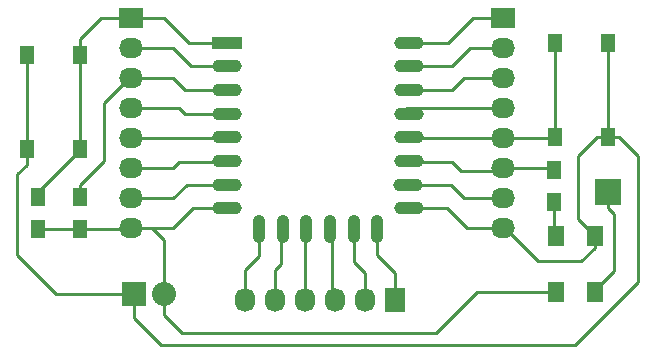
<source format=gbr>
G04 #@! TF.FileFunction,Copper,L1,Top,Signal*
%FSLAX46Y46*%
G04 Gerber Fmt 4.6, Leading zero omitted, Abs format (unit mm)*
G04 Created by KiCad (PCBNEW 4.0.3-stable) date Saturday, September 17, 2016 'PMt' 05:58:41 PM*
%MOMM*%
%LPD*%
G01*
G04 APERTURE LIST*
%ADD10C,0.100000*%
%ADD11R,1.300000X1.550000*%
%ADD12R,2.032000X1.727200*%
%ADD13O,2.032000X1.727200*%
%ADD14R,1.300000X1.500000*%
%ADD15R,2.500000X1.100000*%
%ADD16O,2.500000X1.100000*%
%ADD17O,1.100000X2.400000*%
%ADD18R,1.727200X2.032000*%
%ADD19O,1.727200X2.032000*%
%ADD20R,2.032000X2.032000*%
%ADD21O,2.032000X2.032000*%
%ADD22R,1.400000X1.800000*%
%ADD23R,2.235200X2.235200*%
%ADD24C,0.250000*%
G04 APERTURE END LIST*
D10*
D11*
X120106000Y-101181000D03*
X120106000Y-109131000D03*
X115606000Y-109131000D03*
X115606000Y-101181000D03*
D12*
X155956000Y-98044000D03*
D13*
X155956000Y-100584000D03*
X155956000Y-103124000D03*
X155956000Y-105664000D03*
X155956000Y-108204000D03*
X155956000Y-110744000D03*
X155956000Y-113284000D03*
X155956000Y-115824000D03*
D12*
X124460000Y-98044000D03*
D13*
X124460000Y-100584000D03*
X124460000Y-103124000D03*
X124460000Y-105664000D03*
X124460000Y-108204000D03*
X124460000Y-110744000D03*
X124460000Y-113284000D03*
X124460000Y-115824000D03*
D14*
X120142000Y-115904000D03*
X120142000Y-113204000D03*
X116586000Y-115904000D03*
X116586000Y-113204000D03*
D11*
X160310000Y-108115000D03*
X160310000Y-100165000D03*
X164810000Y-100165000D03*
X164810000Y-108115000D03*
D15*
X132620000Y-100140000D03*
D16*
X132620000Y-102140000D03*
X132620000Y-104140000D03*
X132620000Y-106140000D03*
X132620000Y-108140000D03*
X132620000Y-110140000D03*
X132620000Y-112140000D03*
X132620000Y-114140000D03*
D17*
X135310000Y-115890000D03*
X137310000Y-115890000D03*
X139310000Y-115890000D03*
X141310000Y-115890000D03*
X143310000Y-115890000D03*
X145310000Y-115890000D03*
D16*
X148020000Y-114140000D03*
X147920000Y-112140000D03*
X148020000Y-110140000D03*
X148020000Y-108140000D03*
X148020000Y-106140000D03*
X148020000Y-104140000D03*
X148020000Y-102140000D03*
X148020000Y-100140000D03*
D18*
X146812000Y-121920000D03*
D19*
X144272000Y-121920000D03*
X141732000Y-121920000D03*
X139192000Y-121920000D03*
X136652000Y-121920000D03*
X134112000Y-121920000D03*
D20*
X124714000Y-121412000D03*
D21*
X127254000Y-121412000D03*
D22*
X160402000Y-121272000D03*
X163702000Y-121272000D03*
X163702000Y-116472000D03*
X160402000Y-116472000D03*
D23*
X164846000Y-112776000D03*
D14*
X160274000Y-110918000D03*
X160274000Y-113618000D03*
D24*
X147320000Y-100140000D02*
X151320000Y-100140000D01*
X151320000Y-100140000D02*
X153416000Y-98044000D01*
X153416000Y-98044000D02*
X155956000Y-98044000D01*
X147320000Y-102140000D02*
X151606000Y-102140000D01*
X151606000Y-102140000D02*
X153162000Y-100584000D01*
X153162000Y-100584000D02*
X155956000Y-100584000D01*
X147320000Y-104140000D02*
X151638000Y-104140000D01*
X151638000Y-104140000D02*
X152654000Y-103124000D01*
X152654000Y-103124000D02*
X155956000Y-103124000D01*
X147320000Y-106140000D02*
X147796000Y-105664000D01*
X147796000Y-105664000D02*
X155956000Y-105664000D01*
X160310000Y-108115000D02*
X160310000Y-107090000D01*
X160310000Y-107090000D02*
X160310000Y-100165000D01*
X155956000Y-108204000D02*
X160221000Y-108204000D01*
X160221000Y-108204000D02*
X160310000Y-108115000D01*
X147320000Y-108140000D02*
X147384000Y-108204000D01*
X147384000Y-108204000D02*
X155956000Y-108204000D01*
X155956000Y-110744000D02*
X160100000Y-110744000D01*
X160100000Y-110744000D02*
X160274000Y-110918000D01*
X147320000Y-110140000D02*
X147416000Y-110236000D01*
X155702000Y-110998000D02*
X155956000Y-110744000D01*
X147416000Y-110236000D02*
X151638000Y-110236000D01*
X151638000Y-110236000D02*
X152400000Y-110998000D01*
X152400000Y-110998000D02*
X155702000Y-110998000D01*
X115606000Y-109131000D02*
X115606000Y-110454000D01*
X115606000Y-110454000D02*
X114808000Y-111252000D01*
X114808000Y-111252000D02*
X114808000Y-118110000D01*
X114808000Y-118110000D02*
X118110000Y-121412000D01*
X118110000Y-121412000D02*
X124714000Y-121412000D01*
X164810000Y-108115000D02*
X164810000Y-100165000D01*
X124714000Y-121412000D02*
X124714000Y-123444000D01*
X162052000Y-125730000D02*
X167386000Y-120396000D01*
X124714000Y-123444000D02*
X127000000Y-125730000D01*
X127000000Y-125730000D02*
X162052000Y-125730000D01*
X167386000Y-120396000D02*
X167386000Y-109728000D01*
X167386000Y-109728000D02*
X165773000Y-108115000D01*
X165773000Y-108115000D02*
X164810000Y-108115000D01*
X163702000Y-116472000D02*
X162306000Y-115076000D01*
X162306000Y-115076000D02*
X162306000Y-109719000D01*
X162306000Y-109719000D02*
X163910000Y-108115000D01*
X163910000Y-108115000D02*
X164810000Y-108115000D01*
X155956000Y-115824000D02*
X156108400Y-115824000D01*
X163702000Y-117476000D02*
X163702000Y-116472000D01*
X156108400Y-115824000D02*
X158902400Y-118618000D01*
X158902400Y-118618000D02*
X162560000Y-118618000D01*
X162560000Y-118618000D02*
X163702000Y-117476000D01*
X115606000Y-109131000D02*
X115606000Y-101181000D01*
X147320000Y-114140000D02*
X151224000Y-114140000D01*
X151224000Y-114140000D02*
X152908000Y-115824000D01*
X152908000Y-115824000D02*
X155956000Y-115824000D01*
X116586000Y-113204000D02*
X116586000Y-112776000D01*
X116586000Y-112776000D02*
X120106000Y-109256000D01*
X120106000Y-109256000D02*
X120106000Y-109131000D01*
X116586000Y-113104000D02*
X116586000Y-113204000D01*
X120106000Y-101181000D02*
X120106000Y-109131000D01*
X121920000Y-98044000D02*
X120106000Y-99858000D01*
X120106000Y-99858000D02*
X120106000Y-101181000D01*
X124460000Y-98044000D02*
X121920000Y-98044000D01*
X124460000Y-98044000D02*
X127254000Y-98044000D01*
X127254000Y-98044000D02*
X129350000Y-100140000D01*
X129350000Y-100140000D02*
X133320000Y-100140000D01*
X124371000Y-98133000D02*
X124460000Y-98044000D01*
X124460000Y-100584000D02*
X128016000Y-100584000D01*
X128016000Y-100584000D02*
X129572000Y-102140000D01*
X129572000Y-102140000D02*
X133320000Y-102140000D01*
X120142000Y-113204000D02*
X120142000Y-112204000D01*
X120142000Y-112204000D02*
X122174000Y-110172000D01*
X122174000Y-105257600D02*
X124307600Y-103124000D01*
X122174000Y-110172000D02*
X122174000Y-105257600D01*
X124307600Y-103124000D02*
X124460000Y-103124000D01*
X124460000Y-103124000D02*
X128016000Y-103124000D01*
X128016000Y-103124000D02*
X129032000Y-104140000D01*
X129032000Y-104140000D02*
X133320000Y-104140000D01*
X124460000Y-105664000D02*
X128524000Y-105664000D01*
X128524000Y-105664000D02*
X129000000Y-106140000D01*
X129000000Y-106140000D02*
X133320000Y-106140000D01*
X124460000Y-108204000D02*
X133256000Y-108204000D01*
X133256000Y-108204000D02*
X133320000Y-108140000D01*
X124460000Y-110744000D02*
X128016000Y-110744000D01*
X128016000Y-110744000D02*
X128524000Y-110236000D01*
X128524000Y-110236000D02*
X133224000Y-110236000D01*
X133224000Y-110236000D02*
X133320000Y-110140000D01*
X124460000Y-113284000D02*
X128016000Y-113284000D01*
X128016000Y-113284000D02*
X129160000Y-112140000D01*
X129160000Y-112140000D02*
X133320000Y-112140000D01*
X116586000Y-115904000D02*
X120142000Y-115904000D01*
X160402000Y-121272000D02*
X153746000Y-121272000D01*
X153746000Y-121272000D02*
X150304000Y-124714000D01*
X150304000Y-124714000D02*
X128778000Y-124714000D01*
X128778000Y-124714000D02*
X127254000Y-123190000D01*
X127254000Y-123190000D02*
X127254000Y-121412000D01*
X124460000Y-115824000D02*
X126238000Y-115824000D01*
X126238000Y-115824000D02*
X128016000Y-115824000D01*
X127254000Y-121412000D02*
X127254000Y-116840000D01*
X127254000Y-116840000D02*
X126238000Y-115824000D01*
X120142000Y-115904000D02*
X124380000Y-115904000D01*
X124380000Y-115904000D02*
X124460000Y-115824000D01*
X127762000Y-115824000D02*
X124460000Y-115824000D01*
X129700000Y-114140000D02*
X133320000Y-114140000D01*
X128016000Y-115824000D02*
X129700000Y-114140000D01*
X135310000Y-115890000D02*
X135310000Y-118182000D01*
X134112000Y-119380000D02*
X134112000Y-120654000D01*
X135310000Y-118182000D02*
X134112000Y-119380000D01*
X134112000Y-120654000D02*
X134112000Y-121920000D01*
X137310000Y-115890000D02*
X137160000Y-116040000D01*
X137160000Y-116040000D02*
X137160000Y-118872000D01*
X137160000Y-118872000D02*
X136652000Y-119380000D01*
X136652000Y-119380000D02*
X136652000Y-121920000D01*
X139310000Y-115890000D02*
X139192000Y-116008000D01*
X139192000Y-116008000D02*
X139192000Y-121920000D01*
X141310000Y-115890000D02*
X141478000Y-116058000D01*
X141478000Y-116058000D02*
X141478000Y-121666000D01*
X141478000Y-121666000D02*
X141732000Y-121920000D01*
X143310000Y-115890000D02*
X143310000Y-118672000D01*
X143310000Y-118672000D02*
X144272000Y-119634000D01*
X144272000Y-119634000D02*
X144272000Y-121920000D01*
X145310000Y-115890000D02*
X145310000Y-118132000D01*
X145310000Y-118132000D02*
X146812000Y-119634000D01*
X146812000Y-119634000D02*
X146812000Y-120654000D01*
X146812000Y-120654000D02*
X146812000Y-121920000D01*
X146812000Y-121767600D02*
X146812000Y-121920000D01*
X147320000Y-112140000D02*
X151510000Y-112140000D01*
X151510000Y-112140000D02*
X152654000Y-113284000D01*
X152654000Y-113284000D02*
X155956000Y-113284000D01*
X163702000Y-121272000D02*
X163702000Y-121072000D01*
X163702000Y-121072000D02*
X165354000Y-119420000D01*
X165354000Y-119420000D02*
X165354000Y-114651600D01*
X165354000Y-114651600D02*
X164846000Y-114143600D01*
X164846000Y-114143600D02*
X164846000Y-112776000D01*
X160274000Y-113618000D02*
X160274000Y-116344000D01*
X160274000Y-116344000D02*
X160402000Y-116472000D01*
M02*

</source>
